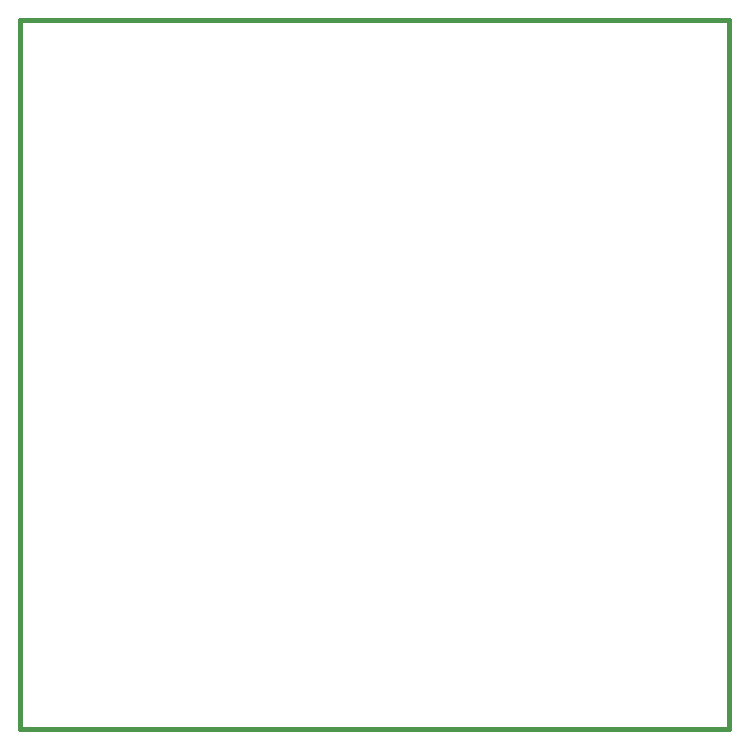
<source format=gtp>
G75*
%MOIN*%
%OFA0B0*%
%FSLAX25Y25*%
%IPPOS*%
%LPD*%
%AMOC8*
5,1,8,0,0,1.08239X$1,22.5*
%
%ADD10C,0.01600*%
D10*
X0001800Y0001800D02*
X0001800Y0238020D01*
X0238020Y0238020D01*
X0238020Y0001800D01*
X0001800Y0001800D01*
M02*

</source>
